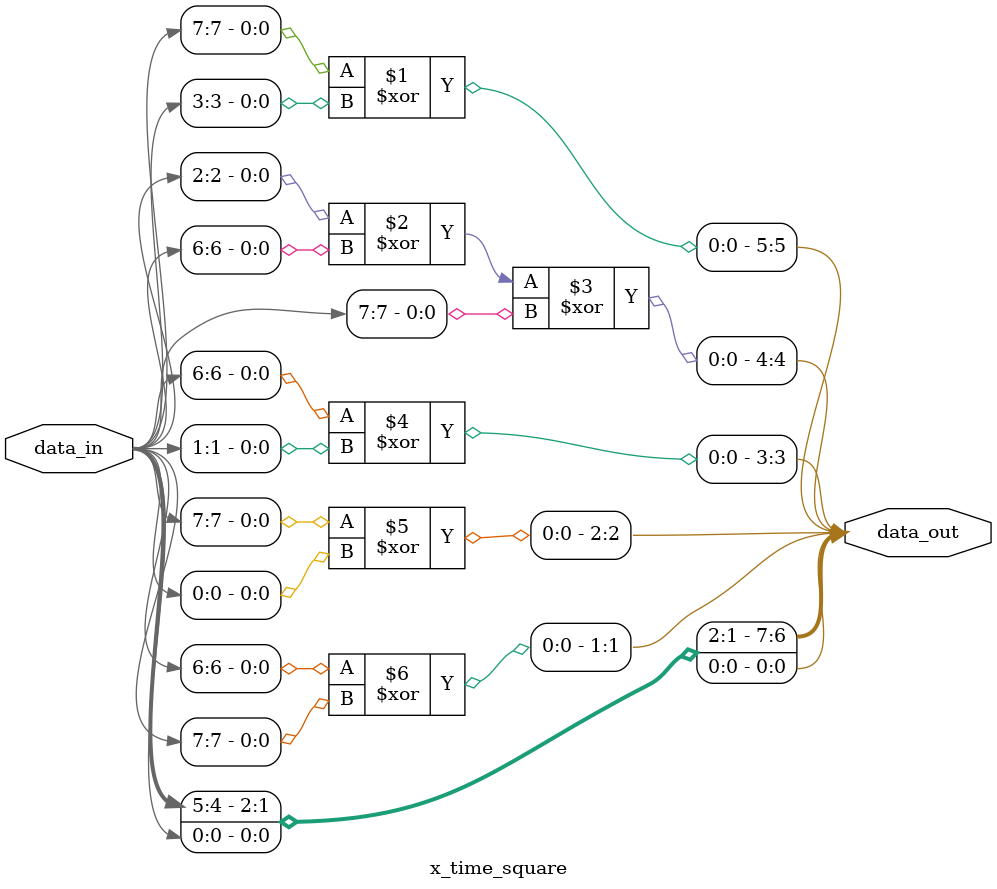
<source format=v>

module x_time_square(data_in, data_out);

	input  [7:0] data_in;
	output [7:0] data_out;

	assign data_out[7] = data_in[5];
	assign data_out[6] = data_in[4];
	assign data_out[5] = data_in[7] ^ data_in[3];
	assign data_out[4] = data_in[2] ^ data_in[6] ^ data_in[7];
	
	assign data_out[3] = data_in[6] ^ data_in[1];
	assign data_out[2] = data_in[7] ^ data_in[0];
	assign data_out[1] = data_in[6] ^ data_in[7];
	assign data_out[0] = data_in[0];
endmodule
</source>
